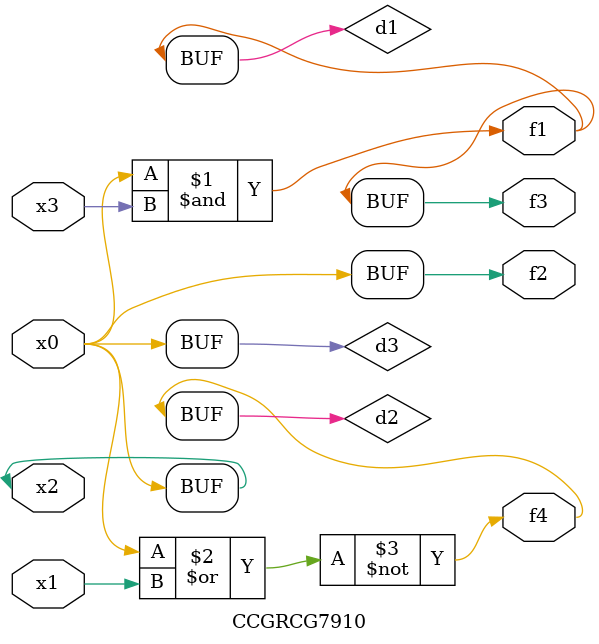
<source format=v>
module CCGRCG7910(
	input x0, x1, x2, x3,
	output f1, f2, f3, f4
);

	wire d1, d2, d3;

	and (d1, x2, x3);
	nor (d2, x0, x1);
	buf (d3, x0, x2);
	assign f1 = d1;
	assign f2 = d3;
	assign f3 = d1;
	assign f4 = d2;
endmodule

</source>
